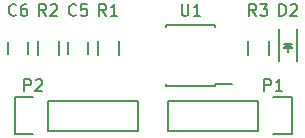
<source format=gto>
G04 #@! TF.FileFunction,Legend,Top*
%FSLAX46Y46*%
G04 Gerber Fmt 4.6, Leading zero omitted, Abs format (unit mm)*
G04 Created by KiCad (PCBNEW 4.0.0-1rc2.201511201506+6189~38~ubuntu14.04.1-stable) date zo 29 nov 2015 16:22:11 CET*
%MOMM*%
G01*
G04 APERTURE LIST*
%ADD10C,0.100000*%
%ADD11C,0.150000*%
G04 APERTURE END LIST*
D10*
D11*
X251630000Y-132115000D02*
X251630000Y-131970000D01*
X247480000Y-132115000D02*
X247480000Y-131970000D01*
X247480000Y-126965000D02*
X247480000Y-127110000D01*
X251630000Y-126965000D02*
X251630000Y-127110000D01*
X251630000Y-132115000D02*
X247480000Y-132115000D01*
X251630000Y-126965000D02*
X247480000Y-126965000D01*
X251630000Y-131970000D02*
X253030000Y-131970000D01*
X255270000Y-133350000D02*
X247650000Y-133350000D01*
X255270000Y-135890000D02*
X247650000Y-135890000D01*
X258090000Y-136170000D02*
X256540000Y-136170000D01*
X247650000Y-133350000D02*
X247650000Y-135890000D01*
X255270000Y-135890000D02*
X255270000Y-133350000D01*
X256540000Y-133070000D02*
X258090000Y-133070000D01*
X258090000Y-133070000D02*
X258090000Y-136170000D01*
X237490000Y-135890000D02*
X245110000Y-135890000D01*
X237490000Y-133350000D02*
X245110000Y-133350000D01*
X234670000Y-133070000D02*
X236220000Y-133070000D01*
X245110000Y-135890000D02*
X245110000Y-133350000D01*
X237490000Y-133350000D02*
X237490000Y-135890000D01*
X236220000Y-136170000D02*
X234670000Y-136170000D01*
X234670000Y-136170000D02*
X234670000Y-133070000D01*
X239180000Y-128405000D02*
X239180000Y-129405000D01*
X240880000Y-129405000D02*
X240880000Y-128405000D01*
X234100000Y-128405000D02*
X234100000Y-129405000D01*
X235800000Y-129405000D02*
X235800000Y-128405000D01*
X243445000Y-128305000D02*
X243445000Y-129505000D01*
X241695000Y-129505000D02*
X241695000Y-128305000D01*
X238365000Y-128305000D02*
X238365000Y-129505000D01*
X236615000Y-129505000D02*
X236615000Y-128305000D01*
X254395000Y-129505000D02*
X254395000Y-128305000D01*
X256145000Y-128305000D02*
X256145000Y-129505000D01*
X257060000Y-127305000D02*
X257060000Y-130005000D01*
X258560000Y-127305000D02*
X258560000Y-130005000D01*
X257660000Y-128805000D02*
X257910000Y-128805000D01*
X257910000Y-128805000D02*
X257760000Y-128655000D01*
X258160000Y-128555000D02*
X257460000Y-128555000D01*
X257810000Y-128905000D02*
X257810000Y-129255000D01*
X257810000Y-128555000D02*
X258160000Y-128905000D01*
X258160000Y-128905000D02*
X257460000Y-128905000D01*
X257460000Y-128905000D02*
X257810000Y-128555000D01*
X248793095Y-125182381D02*
X248793095Y-125991905D01*
X248840714Y-126087143D01*
X248888333Y-126134762D01*
X248983571Y-126182381D01*
X249174048Y-126182381D01*
X249269286Y-126134762D01*
X249316905Y-126087143D01*
X249364524Y-125991905D01*
X249364524Y-125182381D01*
X250364524Y-126182381D02*
X249793095Y-126182381D01*
X250078809Y-126182381D02*
X250078809Y-125182381D01*
X249983571Y-125325238D01*
X249888333Y-125420476D01*
X249793095Y-125468095D01*
X255801905Y-132532381D02*
X255801905Y-131532381D01*
X256182858Y-131532381D01*
X256278096Y-131580000D01*
X256325715Y-131627619D01*
X256373334Y-131722857D01*
X256373334Y-131865714D01*
X256325715Y-131960952D01*
X256278096Y-132008571D01*
X256182858Y-132056190D01*
X255801905Y-132056190D01*
X257325715Y-132532381D02*
X256754286Y-132532381D01*
X257040000Y-132532381D02*
X257040000Y-131532381D01*
X256944762Y-131675238D01*
X256849524Y-131770476D01*
X256754286Y-131818095D01*
X235481905Y-132532381D02*
X235481905Y-131532381D01*
X235862858Y-131532381D01*
X235958096Y-131580000D01*
X236005715Y-131627619D01*
X236053334Y-131722857D01*
X236053334Y-131865714D01*
X236005715Y-131960952D01*
X235958096Y-132008571D01*
X235862858Y-132056190D01*
X235481905Y-132056190D01*
X236434286Y-131627619D02*
X236481905Y-131580000D01*
X236577143Y-131532381D01*
X236815239Y-131532381D01*
X236910477Y-131580000D01*
X236958096Y-131627619D01*
X237005715Y-131722857D01*
X237005715Y-131818095D01*
X236958096Y-131960952D01*
X236386667Y-132532381D01*
X237005715Y-132532381D01*
X239863334Y-126087143D02*
X239815715Y-126134762D01*
X239672858Y-126182381D01*
X239577620Y-126182381D01*
X239434762Y-126134762D01*
X239339524Y-126039524D01*
X239291905Y-125944286D01*
X239244286Y-125753810D01*
X239244286Y-125610952D01*
X239291905Y-125420476D01*
X239339524Y-125325238D01*
X239434762Y-125230000D01*
X239577620Y-125182381D01*
X239672858Y-125182381D01*
X239815715Y-125230000D01*
X239863334Y-125277619D01*
X240768096Y-125182381D02*
X240291905Y-125182381D01*
X240244286Y-125658571D01*
X240291905Y-125610952D01*
X240387143Y-125563333D01*
X240625239Y-125563333D01*
X240720477Y-125610952D01*
X240768096Y-125658571D01*
X240815715Y-125753810D01*
X240815715Y-125991905D01*
X240768096Y-126087143D01*
X240720477Y-126134762D01*
X240625239Y-126182381D01*
X240387143Y-126182381D01*
X240291905Y-126134762D01*
X240244286Y-126087143D01*
X234783334Y-126087143D02*
X234735715Y-126134762D01*
X234592858Y-126182381D01*
X234497620Y-126182381D01*
X234354762Y-126134762D01*
X234259524Y-126039524D01*
X234211905Y-125944286D01*
X234164286Y-125753810D01*
X234164286Y-125610952D01*
X234211905Y-125420476D01*
X234259524Y-125325238D01*
X234354762Y-125230000D01*
X234497620Y-125182381D01*
X234592858Y-125182381D01*
X234735715Y-125230000D01*
X234783334Y-125277619D01*
X235640477Y-125182381D02*
X235450000Y-125182381D01*
X235354762Y-125230000D01*
X235307143Y-125277619D01*
X235211905Y-125420476D01*
X235164286Y-125610952D01*
X235164286Y-125991905D01*
X235211905Y-126087143D01*
X235259524Y-126134762D01*
X235354762Y-126182381D01*
X235545239Y-126182381D01*
X235640477Y-126134762D01*
X235688096Y-126087143D01*
X235735715Y-125991905D01*
X235735715Y-125753810D01*
X235688096Y-125658571D01*
X235640477Y-125610952D01*
X235545239Y-125563333D01*
X235354762Y-125563333D01*
X235259524Y-125610952D01*
X235211905Y-125658571D01*
X235164286Y-125753810D01*
X242403334Y-126182381D02*
X242070000Y-125706190D01*
X241831905Y-126182381D02*
X241831905Y-125182381D01*
X242212858Y-125182381D01*
X242308096Y-125230000D01*
X242355715Y-125277619D01*
X242403334Y-125372857D01*
X242403334Y-125515714D01*
X242355715Y-125610952D01*
X242308096Y-125658571D01*
X242212858Y-125706190D01*
X241831905Y-125706190D01*
X243355715Y-126182381D02*
X242784286Y-126182381D01*
X243070000Y-126182381D02*
X243070000Y-125182381D01*
X242974762Y-125325238D01*
X242879524Y-125420476D01*
X242784286Y-125468095D01*
X237323334Y-126182381D02*
X236990000Y-125706190D01*
X236751905Y-126182381D02*
X236751905Y-125182381D01*
X237132858Y-125182381D01*
X237228096Y-125230000D01*
X237275715Y-125277619D01*
X237323334Y-125372857D01*
X237323334Y-125515714D01*
X237275715Y-125610952D01*
X237228096Y-125658571D01*
X237132858Y-125706190D01*
X236751905Y-125706190D01*
X237704286Y-125277619D02*
X237751905Y-125230000D01*
X237847143Y-125182381D01*
X238085239Y-125182381D01*
X238180477Y-125230000D01*
X238228096Y-125277619D01*
X238275715Y-125372857D01*
X238275715Y-125468095D01*
X238228096Y-125610952D01*
X237656667Y-126182381D01*
X238275715Y-126182381D01*
X255103334Y-126182381D02*
X254770000Y-125706190D01*
X254531905Y-126182381D02*
X254531905Y-125182381D01*
X254912858Y-125182381D01*
X255008096Y-125230000D01*
X255055715Y-125277619D01*
X255103334Y-125372857D01*
X255103334Y-125515714D01*
X255055715Y-125610952D01*
X255008096Y-125658571D01*
X254912858Y-125706190D01*
X254531905Y-125706190D01*
X255436667Y-125182381D02*
X256055715Y-125182381D01*
X255722381Y-125563333D01*
X255865239Y-125563333D01*
X255960477Y-125610952D01*
X256008096Y-125658571D01*
X256055715Y-125753810D01*
X256055715Y-125991905D01*
X256008096Y-126087143D01*
X255960477Y-126134762D01*
X255865239Y-126182381D01*
X255579524Y-126182381D01*
X255484286Y-126134762D01*
X255436667Y-126087143D01*
X257071905Y-126182381D02*
X257071905Y-125182381D01*
X257310000Y-125182381D01*
X257452858Y-125230000D01*
X257548096Y-125325238D01*
X257595715Y-125420476D01*
X257643334Y-125610952D01*
X257643334Y-125753810D01*
X257595715Y-125944286D01*
X257548096Y-126039524D01*
X257452858Y-126134762D01*
X257310000Y-126182381D01*
X257071905Y-126182381D01*
X258024286Y-125277619D02*
X258071905Y-125230000D01*
X258167143Y-125182381D01*
X258405239Y-125182381D01*
X258500477Y-125230000D01*
X258548096Y-125277619D01*
X258595715Y-125372857D01*
X258595715Y-125468095D01*
X258548096Y-125610952D01*
X257976667Y-126182381D01*
X258595715Y-126182381D01*
M02*

</source>
